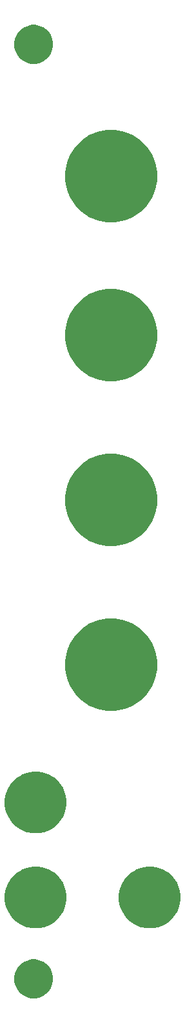
<source format=gbr>
G04 #@! TF.GenerationSoftware,KiCad,Pcbnew,(5.1.4-0-10_14)*
G04 #@! TF.CreationDate,2019-10-08T20:53:36-07:00*
G04 #@! TF.ProjectId,ADSR_Front_Panel,41445352-5f46-4726-9f6e-745f50616e65,rev?*
G04 #@! TF.SameCoordinates,Original*
G04 #@! TF.FileFunction,Soldermask,Bot*
G04 #@! TF.FilePolarity,Negative*
%FSLAX46Y46*%
G04 Gerber Fmt 4.6, Leading zero omitted, Abs format (unit mm)*
G04 Created by KiCad (PCBNEW (5.1.4-0-10_14)) date 2019-10-08 20:53:36*
%MOMM*%
%LPD*%
G04 APERTURE LIST*
%ADD10C,0.100000*%
G04 APERTURE END LIST*
D10*
G36*
X72118098Y-162901033D02*
G01*
X72582350Y-163093332D01*
X72582352Y-163093333D01*
X73000168Y-163372509D01*
X73355491Y-163727832D01*
X73634667Y-164145648D01*
X73634668Y-164145650D01*
X73826967Y-164609902D01*
X73925000Y-165102747D01*
X73925000Y-165605253D01*
X73826967Y-166098098D01*
X73634668Y-166562350D01*
X73634667Y-166562352D01*
X73355491Y-166980168D01*
X73000168Y-167335491D01*
X72582352Y-167614667D01*
X72582351Y-167614668D01*
X72582350Y-167614668D01*
X72118098Y-167806967D01*
X71625253Y-167905000D01*
X71122747Y-167905000D01*
X70629902Y-167806967D01*
X70165650Y-167614668D01*
X70165649Y-167614668D01*
X70165648Y-167614667D01*
X69747832Y-167335491D01*
X69392509Y-166980168D01*
X69113333Y-166562352D01*
X69113332Y-166562350D01*
X68921033Y-166098098D01*
X68823000Y-165605253D01*
X68823000Y-165102747D01*
X68921033Y-164609902D01*
X69113332Y-164145650D01*
X69113333Y-164145648D01*
X69392509Y-163727832D01*
X69747832Y-163372509D01*
X70165648Y-163093333D01*
X70165650Y-163093332D01*
X70629902Y-162901033D01*
X71122747Y-162803000D01*
X71625253Y-162803000D01*
X72118098Y-162901033D01*
X72118098Y-162901033D01*
G37*
G36*
X87795632Y-150790678D02*
G01*
X88532866Y-151096050D01*
X88532868Y-151096051D01*
X88699867Y-151207637D01*
X89196361Y-151539383D01*
X89760617Y-152103639D01*
X90203950Y-152767134D01*
X90509322Y-153504368D01*
X90664999Y-154287010D01*
X90664999Y-155084990D01*
X90509322Y-155867632D01*
X90203950Y-156604866D01*
X89760617Y-157268361D01*
X89196361Y-157832617D01*
X88699867Y-158164364D01*
X88532868Y-158275949D01*
X88532867Y-158275950D01*
X88532866Y-158275950D01*
X87795632Y-158581322D01*
X87012990Y-158736999D01*
X86215010Y-158736999D01*
X85432368Y-158581322D01*
X84695134Y-158275950D01*
X84695133Y-158275950D01*
X84695132Y-158275949D01*
X84528133Y-158164364D01*
X84031639Y-157832617D01*
X83467383Y-157268361D01*
X83024050Y-156604866D01*
X82718678Y-155867632D01*
X82563001Y-155084990D01*
X82563001Y-154287010D01*
X82718678Y-153504368D01*
X83024050Y-152767134D01*
X83467383Y-152103639D01*
X84031639Y-151539383D01*
X84528133Y-151207637D01*
X84695132Y-151096051D01*
X84695134Y-151096050D01*
X85432368Y-150790678D01*
X86215010Y-150635001D01*
X87012990Y-150635001D01*
X87795632Y-150790678D01*
X87795632Y-150790678D01*
G37*
G36*
X72809632Y-150790678D02*
G01*
X73546866Y-151096050D01*
X73546868Y-151096051D01*
X73713867Y-151207637D01*
X74210361Y-151539383D01*
X74774617Y-152103639D01*
X75217950Y-152767134D01*
X75523322Y-153504368D01*
X75678999Y-154287010D01*
X75678999Y-155084990D01*
X75523322Y-155867632D01*
X75217950Y-156604866D01*
X74774617Y-157268361D01*
X74210361Y-157832617D01*
X73713867Y-158164364D01*
X73546868Y-158275949D01*
X73546867Y-158275950D01*
X73546866Y-158275950D01*
X72809632Y-158581322D01*
X72026990Y-158736999D01*
X71229010Y-158736999D01*
X70446368Y-158581322D01*
X69709134Y-158275950D01*
X69709133Y-158275950D01*
X69709132Y-158275949D01*
X69542133Y-158164364D01*
X69045639Y-157832617D01*
X68481383Y-157268361D01*
X68038050Y-156604866D01*
X67732678Y-155867632D01*
X67577001Y-155084990D01*
X67577001Y-154287010D01*
X67732678Y-153504368D01*
X68038050Y-152767134D01*
X68481383Y-152103639D01*
X69045639Y-151539383D01*
X69542133Y-151207637D01*
X69709132Y-151096051D01*
X69709134Y-151096050D01*
X70446368Y-150790678D01*
X71229010Y-150635001D01*
X72026990Y-150635001D01*
X72809632Y-150790678D01*
X72809632Y-150790678D01*
G37*
G36*
X72809632Y-138344678D02*
G01*
X73546866Y-138650050D01*
X73546868Y-138650051D01*
X73713867Y-138761636D01*
X74210361Y-139093383D01*
X74774617Y-139657639D01*
X75217950Y-140321134D01*
X75523322Y-141058368D01*
X75678999Y-141841010D01*
X75678999Y-142638990D01*
X75523322Y-143421632D01*
X75217950Y-144158866D01*
X74774617Y-144822361D01*
X74210361Y-145386617D01*
X73713867Y-145718363D01*
X73546868Y-145829949D01*
X73546867Y-145829950D01*
X73546866Y-145829950D01*
X72809632Y-146135322D01*
X72026990Y-146290999D01*
X71229010Y-146290999D01*
X70446368Y-146135322D01*
X69709134Y-145829950D01*
X69709133Y-145829950D01*
X69709132Y-145829949D01*
X69542133Y-145718363D01*
X69045639Y-145386617D01*
X68481383Y-144822361D01*
X68038050Y-144158866D01*
X67732678Y-143421632D01*
X67577001Y-142638990D01*
X67577001Y-141841010D01*
X67732678Y-141058368D01*
X68038050Y-140321134D01*
X68481383Y-139657639D01*
X69045639Y-139093383D01*
X69542133Y-138761637D01*
X69709132Y-138650051D01*
X69709134Y-138650050D01*
X70446368Y-138344678D01*
X71229010Y-138189001D01*
X72026990Y-138189001D01*
X72809632Y-138344678D01*
X72809632Y-138344678D01*
G37*
G36*
X83299010Y-118387537D02*
G01*
X83755147Y-118576476D01*
X84400223Y-118843674D01*
X85391287Y-119505882D01*
X86234118Y-120348713D01*
X86896326Y-121339777D01*
X87163524Y-121984853D01*
X87352463Y-122440990D01*
X87584999Y-123610027D01*
X87584999Y-124801973D01*
X87352463Y-125971010D01*
X87163524Y-126427147D01*
X86896326Y-127072223D01*
X86234118Y-128063287D01*
X85391287Y-128906118D01*
X84400223Y-129568326D01*
X83755147Y-129835524D01*
X83299010Y-130024463D01*
X82129973Y-130256999D01*
X80938027Y-130256999D01*
X79768990Y-130024463D01*
X79312853Y-129835524D01*
X78667777Y-129568326D01*
X77676713Y-128906118D01*
X76833882Y-128063287D01*
X76171674Y-127072223D01*
X75904476Y-126427147D01*
X75715537Y-125971010D01*
X75483001Y-124801973D01*
X75483001Y-123610027D01*
X75715537Y-122440990D01*
X75904476Y-121984853D01*
X76171674Y-121339777D01*
X76833882Y-120348713D01*
X77676713Y-119505882D01*
X78667777Y-118843674D01*
X79312853Y-118576476D01*
X79768990Y-118387537D01*
X80938027Y-118155001D01*
X82129973Y-118155001D01*
X83299010Y-118387537D01*
X83299010Y-118387537D01*
G37*
G36*
X83299010Y-96797537D02*
G01*
X83755147Y-96986476D01*
X84400223Y-97253674D01*
X85391287Y-97915882D01*
X86234118Y-98758713D01*
X86896326Y-99749777D01*
X87163524Y-100394853D01*
X87352463Y-100850990D01*
X87584999Y-102020027D01*
X87584999Y-103211973D01*
X87352463Y-104381010D01*
X87163524Y-104837147D01*
X86896326Y-105482223D01*
X86234118Y-106473287D01*
X85391287Y-107316118D01*
X84400223Y-107978326D01*
X83755147Y-108245524D01*
X83299010Y-108434463D01*
X82129973Y-108666999D01*
X80938027Y-108666999D01*
X79768990Y-108434463D01*
X79312853Y-108245524D01*
X78667777Y-107978326D01*
X77676713Y-107316118D01*
X76833882Y-106473287D01*
X76171674Y-105482223D01*
X75904476Y-104837147D01*
X75715537Y-104381010D01*
X75483001Y-103211973D01*
X75483001Y-102020027D01*
X75715537Y-100850990D01*
X75904476Y-100394853D01*
X76171674Y-99749777D01*
X76833882Y-98758713D01*
X77676713Y-97915882D01*
X78667777Y-97253674D01*
X79312853Y-96986476D01*
X79768990Y-96797537D01*
X80938027Y-96565001D01*
X82129973Y-96565001D01*
X83299010Y-96797537D01*
X83299010Y-96797537D01*
G37*
G36*
X83299010Y-75207537D02*
G01*
X83755147Y-75396476D01*
X84400223Y-75663674D01*
X85391287Y-76325882D01*
X86234118Y-77168713D01*
X86896326Y-78159777D01*
X87163524Y-78804853D01*
X87352463Y-79260990D01*
X87584999Y-80430027D01*
X87584999Y-81621973D01*
X87352463Y-82791010D01*
X87163524Y-83247147D01*
X86896326Y-83892223D01*
X86234118Y-84883287D01*
X85391287Y-85726118D01*
X84400223Y-86388326D01*
X83755147Y-86655524D01*
X83299010Y-86844463D01*
X82129973Y-87076999D01*
X80938027Y-87076999D01*
X79768990Y-86844463D01*
X79312853Y-86655524D01*
X78667777Y-86388326D01*
X77676713Y-85726118D01*
X76833882Y-84883287D01*
X76171674Y-83892223D01*
X75904476Y-83247147D01*
X75715537Y-82791010D01*
X75483001Y-81621973D01*
X75483001Y-80430027D01*
X75715537Y-79260990D01*
X75904476Y-78804853D01*
X76171674Y-78159777D01*
X76833882Y-77168713D01*
X77676713Y-76325882D01*
X78667777Y-75663674D01*
X79312853Y-75396476D01*
X79768990Y-75207537D01*
X80938027Y-74975001D01*
X82129973Y-74975001D01*
X83299010Y-75207537D01*
X83299010Y-75207537D01*
G37*
G36*
X83299010Y-54379537D02*
G01*
X83755147Y-54568476D01*
X84400223Y-54835674D01*
X85391287Y-55497882D01*
X86234118Y-56340713D01*
X86896326Y-57331777D01*
X87163524Y-57976853D01*
X87352463Y-58432990D01*
X87584999Y-59602027D01*
X87584999Y-60793973D01*
X87352463Y-61963010D01*
X87163524Y-62419147D01*
X86896326Y-63064223D01*
X86234118Y-64055287D01*
X85391287Y-64898118D01*
X84400223Y-65560326D01*
X83755147Y-65827524D01*
X83299010Y-66016463D01*
X82129973Y-66248999D01*
X80938027Y-66248999D01*
X79768990Y-66016463D01*
X79312853Y-65827524D01*
X78667777Y-65560326D01*
X77676713Y-64898118D01*
X76833882Y-64055287D01*
X76171674Y-63064223D01*
X75904476Y-62419147D01*
X75715537Y-61963010D01*
X75483001Y-60793973D01*
X75483001Y-59602027D01*
X75715537Y-58432990D01*
X75904476Y-57976853D01*
X76171674Y-57331777D01*
X76833882Y-56340713D01*
X77676713Y-55497882D01*
X78667777Y-54835674D01*
X79312853Y-54568476D01*
X79768990Y-54379537D01*
X80938027Y-54147001D01*
X82129973Y-54147001D01*
X83299010Y-54379537D01*
X83299010Y-54379537D01*
G37*
G36*
X72118098Y-40473033D02*
G01*
X72582350Y-40665332D01*
X72582352Y-40665333D01*
X73000168Y-40944509D01*
X73355491Y-41299832D01*
X73634667Y-41717648D01*
X73634668Y-41717650D01*
X73826967Y-42181902D01*
X73925000Y-42674747D01*
X73925000Y-43177253D01*
X73826967Y-43670098D01*
X73634668Y-44134350D01*
X73634667Y-44134352D01*
X73355491Y-44552168D01*
X73000168Y-44907491D01*
X72582352Y-45186667D01*
X72582351Y-45186668D01*
X72582350Y-45186668D01*
X72118098Y-45378967D01*
X71625253Y-45477000D01*
X71122747Y-45477000D01*
X70629902Y-45378967D01*
X70165650Y-45186668D01*
X70165649Y-45186668D01*
X70165648Y-45186667D01*
X69747832Y-44907491D01*
X69392509Y-44552168D01*
X69113333Y-44134352D01*
X69113332Y-44134350D01*
X68921033Y-43670098D01*
X68823000Y-43177253D01*
X68823000Y-42674747D01*
X68921033Y-42181902D01*
X69113332Y-41717650D01*
X69113333Y-41717648D01*
X69392509Y-41299832D01*
X69747832Y-40944509D01*
X70165648Y-40665333D01*
X70165650Y-40665332D01*
X70629902Y-40473033D01*
X71122747Y-40375000D01*
X71625253Y-40375000D01*
X72118098Y-40473033D01*
X72118098Y-40473033D01*
G37*
M02*

</source>
